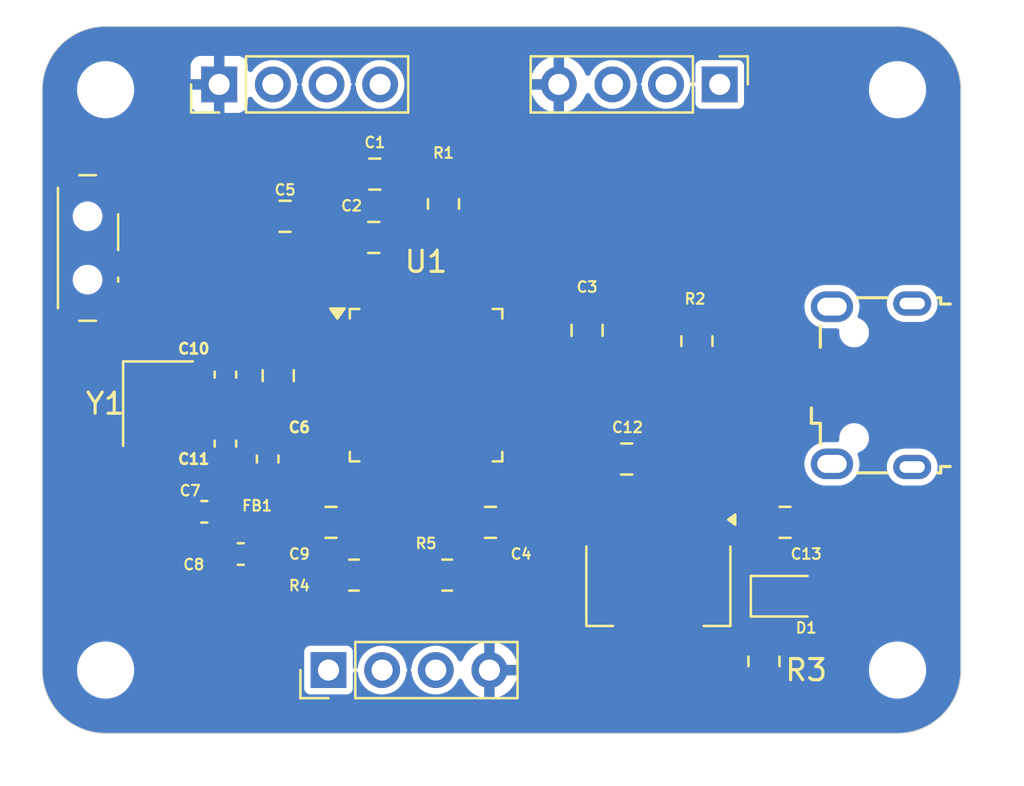
<source format=kicad_pcb>
(kicad_pcb (version 20240108) (generator "pcbnew") (generator_version "8.0")
  (layers (0 "F.Cu" signal) (31 "B.Cu" power) (34 "B.Paste" user) (35 "F.Paste" user) (36 "B.SilkS" user "B.Silkscreen") (37 "F.SilkS" user "F.Silkscreen") (38 "B.Mask" user) (39 "F.Mask" user) (44 "Edge.Cuts" user))
  (net 0 "")
  (net 1 "GND")
  (net 2 "+3.3V")
  (net 3 "+3.3VA")
  (net 4 "/NRST")
  (net 5 "/HSE_IN")
  (net 6 "/HSE_OUT")
  (net 7 "VBUS")
  (net 8 "Net-(D1-K)")
  (net 9 "/USB_D-")
  (net 15 "/USB_D+")
  (net 16 "/SWDIO")
  (net 17 "/SWCLK")
  (net 18 "/USART1_TX")
  (net 19 "/USART1_RX")
  (net 20 "/i2c2_SCL")
  (net 21 "/i2c2_SDA")
  (net 22 "/SW_BOOTO")
  (net 23 "/BOOTO")
  (footprint "Capacitor_SMD:C_0805_2012Metric_Pad1.18x1.45mm_HandSolder" (layer "F.Cu") (at 81.675 74.5)
    (property "Reference" "C12" (at 0.0375 -1.5 0) (layer "F.SilkS") (effects (font (size 0.5 0.5) (thickness 0.1))))
    (property "Value" "22uf" (hide yes))
    (fp_line (start -0.261252 -0.735) (end 0.261252 -0.735) (stroke (width 0.12)) (layer "F.SilkS"))
    (fp_line (start -0.261252 0.735) (end 0.261252 0.735) (stroke (width 0.12)) (layer "F.SilkS"))
    (pad "1" smd roundrect (at -1.0375 0) (size 1.175 1.45) (layers "F.Cu" "F.Paste" "F.Mask") (roundrect_rratio 0.212766) (net 7 "VBUS"))
    (pad "2" smd roundrect (at 1.0375 0) (size 1.175 1.45) (layers "F.Cu" "F.Paste" "F.Mask") (roundrect_rratio 0.212766) (net 1 "GND"))
  )
  (footprint "Capacitor_SMD:C_0603_1608Metric" (layer "F.Cu") (at 62.675 70.5 90)
    (property "Reference" "C10" (at 1.225 -1.5 0) (layer "F.SilkS") (effects (font (size 0.5 0.5) (thickness 0.125))))
    (property "Value" "10p" (hide yes))
    (fp_line (start -0.14058 -0.51) (end 0.14058 -0.51) (stroke (width 0.12)) (layer "F.SilkS"))
    (fp_line (start -0.14058 0.51) (end 0.14058 0.51) (stroke (width 0.12)) (layer "F.SilkS"))
    (pad "1" smd roundrect (at -0.775 0 90) (size 0.9 0.95) (layers "F.Cu" "F.Paste" "F.Mask") (net 5 "/HSE_IN"))
    (pad "2" smd roundrect (at 0.775 0 90) (size 0.9 0.95) (layers "F.Cu" "F.Paste" "F.Mask") (net 1 "GND"))
  )
  (footprint "Capacitor_SMD:C_0805_2012Metric" (layer "F.Cu") (at 75.225 77.5 180)
    (property "Reference" "C4" (at -1.45 -1.5 180) (layer "F.SilkS") (effects (font (size 0.5 0.5) (thickness 0.1))))
    (property "Value" "100n" (hide yes))
    (fp_line (start -0.261252 0.735) (end 0.261252 0.735) (stroke (width 0.12)) (layer "F.SilkS"))
    (fp_line (start -0.261252 -0.735) (end 0.261252 -0.735) (stroke (width 0.12)) (layer "F.SilkS"))
    (pad "1" smd roundrect (at -0.95 0 180) (size 1 1.45) (layers "F.Cu" "F.Paste" "F.Mask") (net 2 "+3.3V"))
    (pad "2" smd roundrect (at 0.95 0 180) (size 1 1.45) (layers "F.Cu" "F.Paste" "F.Mask") (net 1 "GND"))
  )
  (footprint "Resistor_SMD:R_0805_2012Metric" (layer "F.Cu") (at 68.7625 80)
    (property "Reference" "R4" (at -2.5875 0.5 0) (layer "F.SilkS") (effects (font (size 0.5 0.5) (thickness 0.1) (bold yes))))
    (property "Value" "1k5" (hide yes))
    (fp_line (start -0.227064 -0.735) (end 0.227064 -0.735) (stroke (width 0.12)) (layer "F.SilkS"))
    (fp_line (start -0.227064 0.735) (end 0.227064 0.735) (stroke (width 0.12)) (layer "F.SilkS"))
    (pad "1" smd roundrect (at -0.9125 0) (size 1.025 1.4) (layers "F.Cu" "F.Paste" "F.Mask") (roundrect_rratio 0.243902) (net 2 "+3.3V"))
    (pad "2" smd roundrect (at 0.9125 0) (size 1.025 1.4) (layers "F.Cu" "F.Paste" "F.Mask") (roundrect_rratio 0.243902) (net 20 "/i2c2_SCL"))
  )
  (footprint "MountingHole:MountingHole_2.2mm_M2" (layer "F.Cu") (at 57 57)
    (property "Reference" "H4" (hide yes))
    (property "Value" "MountingHole" (hide yes))
    (pad "" np_thru_hole circle (at 0 0) (size 2.2 2.2) (drill 2.2) (layers "*.Cu" "*.Mask"))
  )
  (footprint "Capacitor_SMD:C_0805_2012Metric" (layer "F.Cu") (at 69.75 61)
    (property "Reference" "C1" (at 0 -1.5 180) (layer "F.SilkS") (effects (font (size 0.5 0.5) (thickness 0.1) (bold yes))))
    (property "Value" "100n" (hide yes))
    (fp_line (start -0.261252 -0.735) (end 0.261252 -0.735) (stroke (width 0.12)) (layer "F.SilkS"))
    (fp_line (start -0.261252 0.735) (end 0.261252 0.735) (stroke (width 0.12)) (layer "F.SilkS"))
    (pad "1" smd roundrect (at -0.95 0) (size 1 1.45) (layers "F.Cu" "F.Paste" "F.Mask") (net 2 "+3.3V"))
    (pad "2" smd roundrect (at 0.95 0) (size 1 1.45) (layers "F.Cu" "F.Paste" "F.Mask") (net 1 "GND"))
  )
  (footprint "Package_TO_SOT_SMD:SOT-223-3_TabPin2" (layer "F.Cu") (at 83.175 80.5 -90)
    (property "Reference" "U2" (hide yes))
    (property "Value" "AMS1117-3.3" (hide yes))
    (fp_line (start -1.85 3.41) (end 1.91 3.41) (stroke (width 0.12)) (layer "F.SilkS"))
    (fp_line (start 1.91 3.41) (end 1.91 2.15) (stroke (width 0.12)) (layer "F.SilkS"))
    (fp_line (start -1.85 -3.41) (end 1.91 -3.41) (stroke (width 0.12)) (layer "F.SilkS"))
    (fp_line (start 1.91 -3.41) (end 1.91 -2.15) (stroke (width 0.12)) (layer "F.SilkS"))
    (fp_poly (pts (xy -3.13 -3.31) (xy -3.37 -3.64) (xy -2.89 -3.64) (xy -3.13 -3.31)) (stroke (width 0.12)) (fill solid) (layer "F.SilkS"))
    (pad "1" smd roundrect (at -3.15 -2.3 270) (size 2 1.5) (layers "F.Cu" "F.Paste" "F.Mask") (net 1 "GND"))
    (pad "2" smd roundrect (at -3.15 0 270) (size 2 1.5) (layers "F.Cu" "F.Paste" "F.Mask") (net 2 "+3.3V"))
    (pad "2" smd roundrect (at 3.15 0 270) (size 2 3.8) (layers "F.Cu" "F.Paste" "F.Mask") (net 2 "+3.3V"))
    (pad "3" smd roundrect (at -3.15 2.3 270) (size 2 1.5) (layers "F.Cu" "F.Paste" "F.Mask") (net 7 "VBUS"))
  )
  (footprint "Inductor_SMD:L_0603_1608Metric" (layer "F.Cu") (at 64.675 74.5 90)
    (property "Reference" "FB1" (at -2.2125 -0.5 0) (layer "F.SilkS") (effects (font (size 0.5 0.5) (thickness 0.1) (bold yes))))
    (property "Value" "120R" (hide yes))
    (fp_line (start -0.162779 -0.51) (end 0.162779 -0.51) (stroke (width 0.12)) (layer "F.SilkS"))
    (fp_line (start -0.162779 0.51) (end 0.162779 0.51) (stroke (width 0.12)) (layer "F.SilkS"))
    (pad "1" smd roundrect (at -0.7875 0 90) (size 0.875 0.95) (layers "F.Cu" "F.Paste" "F.Mask") (net 3 "+3.3VA"))
    (pad "2" smd roundrect (at 0.7875 0 90) (size 0.875 0.95) (layers "F.Cu" "F.Paste" "F.Mask") (net 2 "+3.3V"))
  )
  (footprint "Capacitor_SMD:C_0603_1608Metric" (layer "F.Cu") (at 62.675 73.775 90)
    (property "Reference" "C11" (at -0.725 -1.5 0) (layer "F.SilkS") (effects (font (size 0.5 0.5) (thickness 0.125))))
    (property "Value" "10p" (hide yes))
    (fp_line (start -0.14058 -0.51) (end 0.14058 -0.51) (stroke (width 0.12)) (layer "F.SilkS"))
    (fp_line (start -0.14058 0.51) (end 0.14058 0.51) (stroke (width 0.12)) (layer "F.SilkS"))
    (pad "1" smd roundrect (at -0.775 0 90) (size 0.9 0.95) (layers "F.Cu" "F.Paste" "F.Mask") (net 6 "/HSE_OUT"))
    (pad "2" smd roundrect (at 0.775 0 90) (size 0.9 0.95) (layers "F.Cu" "F.Paste" "F.Mask") (net 1 "GND"))
  )
  (footprint "Capacitor_SMD:C_0805_2012Metric" (layer "F.Cu") (at 69.7 64)
    (property "Reference" "C2" (at -1.05 -1.5 0) (layer "F.SilkS") (effects (font (size 0.5 0.5) (thickness 0.1) (bold yes))))
    (property "Value" "100n" (hide yes))
    (fp_line (start -0.261252 -0.735) (end 0.261252 -0.735) (stroke (width 0.12)) (layer "F.SilkS"))
    (fp_line (start -0.261252 0.735) (end 0.261252 0.735) (stroke (width 0.12)) (layer "F.SilkS"))
    (pad "1" smd roundrect (at -0.95 0) (size 1 1.45) (layers "F.Cu" "F.Paste" "F.Mask") (net 2 "+3.3V"))
    (pad "2" smd roundrect (at 0.95 0) (size 1 1.45) (layers "F.Cu" "F.Paste" "F.Mask") (net 1 "GND"))
  )
  (footprint "Resistor_SMD:R_0805_2012Metric" (layer "F.Cu") (at 73.175 80)
    (property "Reference" "R5" (at -1 -1.5 0) (layer "F.SilkS") (effects (font (size 0.5 0.5) (thickness 0.1) (bold yes))))
    (property "Value" "1K5" (hide yes))
    (fp_line (start -0.227064 -0.735) (end 0.227064 -0.735) (stroke (width 0.12)) (layer "F.SilkS"))
    (fp_line (start -0.227064 0.735) (end 0.227064 0.735) (stroke (width 0.12)) (layer "F.SilkS"))
    (pad "1" smd roundrect (at -0.9125 0) (size 1.025 1.4) (layers "F.Cu" "F.Paste" "F.Mask") (roundrect_rratio 0.243902) (net 2 "+3.3V"))
    (pad "2" smd roundrect (at 0.9125 0) (size 1.025 1.4) (layers "F.Cu" "F.Paste" "F.Mask") (roundrect_rratio 0.243902) (net 21 "/i2c2_SDA"))
  )
  (footprint "Capacitor_SMD:C_0805_2012Metric_Pad1.18x1.45mm_HandSolder" (layer "F.Cu") (at 89.175 77.5)
    (property "Reference" "C13" (at 1 1.5 0) (layer "F.SilkS") (effects (font (size 0.5 0.5) (thickness 0.1))))
    (property "Value" "22uf" (hide yes))
    (fp_line (start -0.261252 -0.735) (end 0.261252 -0.735) (stroke (width 0.12)) (layer "F.SilkS"))
    (fp_line (start -0.261252 0.735) (end 0.261252 0.735) (stroke (width 0.12)) (layer "F.SilkS"))
    (pad "1" smd roundrect (at -1.0375 0) (size 1.175 1.45) (layers "F.Cu" "F.Paste" "F.Mask") (roundrect_rratio 0.212766) (net 2 "+3.3V"))
    (pad "2" smd roundrect (at 1.0375 0) (size 1.175 1.45) (layers "F.Cu" "F.Paste" "F.Mask") (roundrect_rratio 0.212766) (net 1 "GND"))
  )
  (footprint "Crystal:Crystal_SMD_3225-4Pin_3.2x2.5mm" (layer "F.Cu") (at 59.48 71.875 -90)
    (property "Reference" "Y1" (at 0 2.5 0) (layer "F.SilkS"))
    (property "Value" "16Mhz" (hide yes))
    (fp_line (start -2 1.65) (end 2 1.65) (stroke (width 0.12)) (layer "F.SilkS"))
    (fp_line (start -2 -1.65) (end -2 1.65) (stroke (width 0.12)) (layer "F.SilkS"))
    (pad "1" smd rect (at -1.1 0.85 270) (size 1.4 1.2) (layers "F.Cu" "F.Paste" "F.Mask") (net 5 "/HSE_IN"))
    (pad "2" smd rect (at 1.1 0.85 270) (size 1.4 1.2) (layers "F.Cu" "F.Paste" "F.Mask") (net 1 "GND"))
    (pad "3" smd rect (at 1.1 -0.85 270) (size 1.4 1.2) (layers "F.Cu" "F.Paste" "F.Mask") (net 6 "/HSE_OUT"))
    (pad "4" smd rect (at -1.1 -0.85 270) (size 1.4 1.2) (layers "F.Cu" "F.Paste" "F.Mask") (net 1 "GND"))
  )
  (footprint "MountingHole:MountingHole_2.2mm_M2" (layer "F.Cu") (at 94.5 84.5)
    (property "Reference" "H2" (hide yes))
    (property "Value" "MountingHole" (hide yes))
    (pad "" np_thru_hole circle (at 0 0) (size 2.2 2.2) (drill 2.2) (layers "*.Cu" "*.Mask"))
  )
  (footprint "Connector_PinHeader_2.54mm:PinHeader_1x04_P2.54mm_Vertical" (layer "F.Cu") (at 62.38 56.75 90)
    (property "Reference" "J2" (hide yes))
    (property "Value" "Conn_01x04_Pin" (hide yes))
    (fp_line (start -1.33 -1.33) (end 0 -1.33) (stroke (width 0.12)) (layer "F.SilkS"))
    (fp_line (start -1.33 0) (end -1.33 -1.33) (stroke (width 0.12)) (layer "F.SilkS"))
    (fp_line (start 1.33 1.27) (end 1.33 8.95) (stroke (width 0.12)) (layer "F.SilkS"))
    (fp_line (start -1.33 1.27) (end 1.33 1.27) (stroke (width 0.12)) (layer "F.SilkS"))
    (fp_line (start -1.33 1.27) (end -1.33 8.95) (stroke (width 0.12)) (layer "F.SilkS"))
    (fp_line (start -1.33 8.95) (end 1.33 8.95) (stroke (width 0.12)) (layer "F.SilkS"))
    (pad "1" thru_hole rect (at 0 0 90) (size 1.7 1.7) (drill 1) (layers "*.Cu" "*.Mask") (net 1 "GND"))
    (pad "2" thru_hole oval (at 0 2.54 90) (size 1.7 1.7) (drill 1) (layers "*.Cu" "*.Mask") (net 17 "/SWCLK"))
    (pad "3" thru_hole oval (at 0 5.08 90) (size 1.7 1.7) (drill 1) (layers "*.Cu" "*.Mask") (net 16 "/SWDIO"))
    (pad "4" thru_hole oval (at 0 7.62 90) (size 1.7 1.7) (drill 1) (layers "*.Cu" "*.Mask") (net 2 "+3.3V"))
  )
  (footprint "Capacitor_SMD:C_0805_2012Metric" (layer "F.Cu") (at 65.5 63 180)
    (property "Reference" "C5" (at 0 1.25 0) (layer "F.SilkS") (effects (font (size 0.5 0.5) (thickness 0.1) (bold yes))))
    (property "Value" "10u" (hide yes))
    (fp_line (start -0.261252 0.735) (end 0.261252 0.735) (stroke (width 0.12)) (layer "F.SilkS"))
    (fp_line (start -0.261252 -0.735) (end 0.261252 -0.735) (stroke (width 0.12)) (layer "F.SilkS"))
    (pad "1" smd roundrect (at -0.95 0 180) (size 1 1.45) (layers "F.Cu" "F.Paste" "F.Mask") (net 2 "+3.3V"))
    (pad "2" smd roundrect (at 0.95 0 180) (size 1 1.45) (layers "F.Cu" "F.Paste" "F.Mask") (net 1 "GND"))
  )
  (footprint "Resistor_SMD:R_0805_2012Metric" (layer "F.Cu") (at 85 68.9125 90)
    (property "Reference" "R2" (at 2 -0.0875 180) (layer "F.SilkS") (effects (font (size 0.5 0.5) (thickness 0.1) (bold yes))))
    (property "Value" "1K5" (hide yes))
    (fp_line (start -0.227064 -0.735) (end 0.227064 -0.735) (stroke (width 0.12)) (layer "F.SilkS"))
    (fp_line (start -0.227064 0.735) (end 0.227064 0.735) (stroke (width 0.12)) (layer "F.SilkS"))
    (pad "1" smd roundrect (at -0.9125 0 90) (size 1.025 1.4) (layers "F.Cu" "F.Paste" "F.Mask") (roundrect_rratio 0.243902) (net 15 "/USB_D+"))
    (pad "2" smd roundrect (at 0.9125 0 90) (size 1.025 1.4) (layers "F.Cu" "F.Paste" "F.Mask") (roundrect_rratio 0.243902) (net 2 "+3.3V"))
  )
  (footprint "Capacitor_SMD:C_0603_1608Metric" (layer "F.Cu") (at 63.4 79 180)
    (property "Reference" "C8" (at 2.225 -0.5 180) (layer "F.SilkS") (effects (font (size 0.5 0.5) (thickness 0.1) (bold yes))))
    (property "Value" "1u" (hide yes))
    (fp_line (start -0.14058 0.51) (end 0.14058 0.51) (stroke (width 0.12)) (layer "F.SilkS"))
    (fp_line (start -0.14058 -0.51) (end 0.14058 -0.51) (stroke (width 0.12)) (layer "F.SilkS"))
    (pad "1" smd roundrect (at -0.775 0 180) (size 0.9 0.95) (layers "F.Cu" "F.Paste" "F.Mask") (net 2 "+3.3V"))
    (pad "2" smd roundrect (at 0.775 0 180) (size 0.9 0.95) (layers "F.Cu" "F.Paste" "F.Mask") (net 1 "GND"))
  )
  (footprint "LED_SMD:LED_0805_2012Metric" (layer "F.Cu") (at 89.2375 81)
    (property "Reference" "D1" (at 0.9375 1.5 0) (layer "F.SilkS") (effects (font (size 0.5 0.5) (thickness 0.1))))
    (property "Value" "RED" (hide yes))
    (fp_line (start -1.685 -0.96) (end -1.685 0.96) (stroke (width 0.12)) (layer "F.SilkS"))
    (fp_line (start -1.685 0.96) (end 1 0.96) (stroke (width 0.12)) (layer "F.SilkS"))
    (fp_line (start 1 -0.96) (end -1.685 -0.96) (stroke (width 0.12)) (layer "F.SilkS"))
    (pad "1" smd roundrect (at -0.9375 0) (size 0.975 1.4) (layers "F.Cu" "F.Paste" "F.Mask") (net 8 "Net-(D1-K)"))
    (pad "2" smd roundrect (at 0.9375 0) (size 0.975 1.4) (layers "F.Cu" "F.Paste" "F.Mask") (net 2 "+3.3V"))
  )
  (footprint "Capacitor_SMD:C_0603_1608Metric" (layer "F.Cu") (at 61.675 77)
    (property "Reference" "C7" (at -0.67 -1 0) (layer "F.SilkS") (effects (font (size 0.5 0.5) (thickness 0.1) (bold yes))))
    (property "Value" "1u" (hide yes))
    (fp_line (start -0.14058 -0.51) (end 0.14058 -0.51) (stroke (width 0.12)) (layer "F.SilkS"))
    (fp_line (start -0.14058 0.51) (end 0.14058 0.51) (stroke (width 0.12)) (layer "F.SilkS"))
    (pad "1" smd roundrect (at -0.775 0) (size 0.9 0.95) (layers "F.Cu" "F.Paste" "F.Mask") (net 3 "+3.3VA"))
    (pad "2" smd roundrect (at 0.775 0) (size 0.9 0.95) (layers "F.Cu" "F.Paste" "F.Mask") (net 1 "GND"))
  )
  (footprint "Button_Switch_SMD:SW_SPDT_PCM12" (layer "F.Cu") (at 56.475 64.5 -90)
    (property "Reference" "SW1" (hide yes))
    (property "Value" "SW_SPDT" (hide yes))
    (fp_line (start -2.85 1.73) (end 2.85 1.73) (stroke (width 0.12)) (layer "F.SilkS"))
    (fp_line (start 3.45 0.72) (end 3.45 -0.07) (stroke (width 0.12)) (layer "F.SilkS"))
    (fp_line (start -3.45 -0.07) (end -3.45 0.72) (stroke (width 0.12)) (layer "F.SilkS"))
    (fp_line (start -1.6 -1.12) (end 0.1 -1.12) (stroke (width 0.12)) (layer "F.SilkS"))
    (fp_line (start 1.4 -1.12) (end 1.6 -1.12) (stroke (width 0.12)) (layer "F.SilkS"))
    (pad "" smd rect (at -3.65 -0.78 270) (size 1 0.8) (layers "F.Cu" "F.Paste" "F.Mask"))
    (pad "" smd rect (at -3.65 1.43 270) (size 1 0.8) (layers "F.Cu" "F.Paste" "F.Mask"))
    (pad "" np_thru_hole circle (at -1.5 0.33 270) (size 0.9 0.9) (drill 0.9) (layers "*.Cu" "*.Mask"))
    (pad "" np_thru_hole circle (at 1.5 0.33 270) (size 0.9 0.9) (drill 0.9) (layers "*.Cu" "*.Mask"))
    (pad "" smd rect (at 3.65 -0.78 270) (size 1 0.8) (layers "F.Cu" "F.Paste" "F.Mask"))
    (pad "" smd rect (at 3.65 1.43 270) (size 1 0.8) (layers "F.Cu" "F.Paste" "F.Mask"))
    (pad "1" smd rect (at -2.25 -1.43 270) (size 0.7 1.5) (layers "F.Cu" "F.Paste" "F.Mask") (net 1 "GND"))
    (pad "2" smd rect (at 0.75 -1.43 270) (size 0.7 1.5) (layers "F.Cu" "F.Paste" "F.Mask") (net 22 "/SW_BOOTO"))
    (pad "3" smd rect (at 2.25 -1.43 270) (size 0.7 1.5) (layers "F.Cu" "F.Paste" "F.Mask") (net 2 "+3.3V"))
  )
  (footprint "Package_QFP:LQFP-48_7x7mm_P0.5mm" (layer "F.Cu") (at 72.175 71)
    (property "Reference" "U1" (at 0 -5.85 0) (layer "F.SilkS"))
    (property "Value" "STM32F103C8T6" (hide yes))
    (fp_line (start -3.61 -3.61) (end -3.61 -3.16) (stroke (width 0.12)) (layer "F.SilkS"))
    (fp_line (start -3.61 3.61) (end -3.61 3.16) (stroke (width 0.12)) (layer "F.SilkS"))
    (fp_line (start -3.16 -3.61) (end -3.61 -3.61) (stroke (width 0.12)) (layer "F.SilkS"))
    (fp_line (start -3.16 3.61) (end -3.61 3.61) (stroke (width 0.12)) (layer "F.SilkS"))
    (fp_line (start 3.16 -3.61) (end 3.61 -3.61) (stroke (width 0.12)) (layer "F.SilkS"))
    (fp_line (start 3.16 3.61) (end 3.61 3.61) (stroke (width 0.12)) (layer "F.SilkS"))
    (fp_line (start 3.61 -3.61) (end 3.61 -3.16) (stroke (width 0.12)) (layer "F.SilkS"))
    (fp_line (start 3.61 3.61) (end 3.61 3.16) (stroke (width 0.12)) (layer "F.SilkS"))
    (fp_poly (pts (xy -4.2 -3.16) (xy -4.54 -3.63) (xy -3.86 -3.63) (xy -4.2 -3.16)) (stroke (width 0.12)) (fill solid) (layer "F.SilkS"))
    (pad "1" smd roundrect (at -4.1625 -2.75) (size 1.475 0.3) (layers "F.Cu" "F.Paste" "F.Mask") (net 2 "+3.3V"))
    (pad "2" smd roundrect (at -4.1625 -2.25) (size 1.475 0.3) (layers "F.Cu" "F.Paste" "F.Mask"))
    (pad "3" smd roundrect (at -4.1625 -1.75) (size 1.475 0.3) (layers "F.Cu" "F.Paste" "F.Mask"))
    (pad "4" smd roundrect (at -4.1625 -1.25) (size 1.475 0.3) (layers "F.Cu" "F.Paste" "F.Mask"))
    (pad "5" smd roundrect (at -4.1625 -0.75) (size 1.475 0.3) (layers "F.Cu" "F.Paste" "F.Mask") (net 5 "/HSE_IN"))
    (pad "6" smd roundrect (at -4.1625 -0.25) (size 1.475 0.3) (layers "F.Cu" "F.Paste" "F.Mask") (net 6 "/HSE_OUT"))
    (pad "7" smd roundrect (at -4.1625 0.25) (size 1.475 0.3) (layers "F.Cu" "F.Paste" "F.Mask") (net 4 "/NRST"))
    (pad "8" smd roundrect (at -4.1625 0.75) (size 1.475 0.3) (layers "F.Cu" "F.Paste" "F.Mask") (net 1 "GND"))
    (pad "9" smd roundrect (at -4.1625 1.25) (size 1.475 0.3) (layers "F.Cu" "F.Paste" "F.Mask") (net 3 "+3.3VA"))
    (pad "10" smd roundrect (at -4.1625 1.75) (size 1.475 0.3) (layers "F.Cu" "F.Paste" "F.Mask"))
    (pad "11" smd roundrect (at -4.1625 2.25) (size 1.475 0.3) (layers "F.Cu" "F.Paste" "F.Mask"))
    (pad "12" smd roundrect (at -4.1625 2.75) (size 1.475 0.3) (layers "F.Cu" "F.Paste" "F.Mask"))
    (pad "13" smd roundrect (at -2.75 4.1625) (size 0.3 1.475) (layers "F.Cu" "F.Paste" "F.Mask"))
    (pad "14" smd roundrect (at -2.25 4.1625) (size 0.3 1.475) (layers "F.Cu" "F.Paste" "F.Mask"))
    (pad "15" smd roundrect (at -1.75 4.1625) (size 0.3 1.475) (layers "F.Cu" "F.Paste" "F.Mask"))
    (pad "16" smd roundrect (at -1.25 4.1625) (size 0.3 1.475) (layers "F.Cu" "F.Paste" "F.Mask"))
    (pad "17" smd roundrect (at -0.75 4.1625) (size 0.3 1.475) (layers "F.Cu" "F.Paste" "F.Mask"))
    (pad "18" smd roundrect (at -0.25 4.1625) (size 0.3 1.475) (layers "F.Cu" "F.Paste" "F.Mask"))
    (pad "19" smd roundrect (at 0.25 4.1625) (size 0.3 1.475) (layers "F.Cu" "F.Paste" "F.Mask"))
    (pad "20" smd roundrect (at 0.75 4.1625) (size 0.3 1.475) (layers "F.Cu" "F.Paste" "F.Mask"))
    (pad "21" smd roundrect (at 1.25 4.1625) (size 0.3 1.475) (layers "F.Cu" "F.Paste" "F.Mask") (net 20 "/i2c2_SCL"))
    (pad "22" smd roundrect (at 1.75 4.1625) (size 0.3 1.475) (layers "F.Cu" "F.Paste" "F.Mask") (net 21 "/i2c2_SDA"))
    (pad "23" smd roundrect (at 2.25 4.1625) (size 0.3 1.475) (layers "F.Cu" "F.Paste" "F.Mask") (net 1 "GND"))
    (pad "24" smd roundrect (at 2.75 4.1625) (size 0.3 1.475) (layers "F.Cu" "F.Paste" "F.Mask") (net 2 "+3.3V"))
    (pad "25" smd roundrect (at 4.1625 2.75) (size 1.475 0.3) (layers "F.Cu" "F.Paste" "F.Mask"))
    (pad "26" smd roundrect (at 4.1625 2.25) (size 1.475 0.3) (layers "F.Cu" "F.Paste" "F.Mask"))
    (pad "27" smd roundrect (at 4.1625 1.75) (size 1.475 0.3) (layers "F.Cu" "F.Paste" "F.Mask"))
    (pad "28" smd roundrect (at 4.1625 1.25) (size 1.475 0.3) (layers "F.Cu" "F.Paste" "F.Mask"))
    (pad "29" smd roundrect (at 4.1625 0.75) (size 1.475 0.3) (layers "F.Cu" "F.Paste" "F.Mask"))
    (pad "30" smd roundrect (at 4.1625 0.25) (size 1.475 0.3) (layers "F.Cu" "F.Paste" "F.Mask"))
    (pad "31" smd roundrect (at 4.1625 -0.25) (size 1.475 0.3) (layers "F.Cu" "F.Paste" "F.Mask"))
    (pad "32" smd roundrect (at 4.1625 -0.75) (size 1.475 0.3) (layers "F.Cu" "F.Paste" "F.Mask") (net 9 "/USB_D-"))
    (pad "33" smd roundrect (at 4.1625 -1.25) (size 1.475 0.3) (layers "F.Cu" "F.Paste" "F.Mask") (net 15 "/USB_D+"))
    (pad "34" smd roundrect (at 4.1625 -1.75) (size 1.475 0.3) (layers "F.Cu" "F.Paste" "F.Mask") (net 16 "/SWDIO"))
    (pad "35" smd roundrect (at 4.1625 -2.25) (size 1.475 0.3) (layers "F.Cu" "F.Paste" "F.Mask") (net 1 "GND"))
    (pad "36" smd roundrect (at 4.1625 -2.75) (size 1.475 0.3) (layers "F.Cu" "F.Paste" "F.Mask") (net 2 "+3.3V"))
    (pad "37" smd roundrect (at 2.75 -4.1625) (size 0.3 1.475) (layers "F.Cu" "F.Paste" "F.Mask") (net 17 "/SWCLK"))
    (pad "38" smd roundrect (at 2.25 -4.1625) (size 0.3 1.475) (layers "F.Cu" "F.Paste" "F.Mask"))
    (pad "39" smd roundrect (at 1.75 -4.1625) (size 0.3 1.475) (layers "F.Cu" "F.Paste" "F.Mask"))
    (pad "40" smd roundrect (at 1.25 -4.1625) (size 0.3 1.475) (layers "F.Cu" "F.Paste" "F.Mask"))
    (pad "41" smd roundrect (at 0.75 -4.1625) (size 0.3 1.475) (layers "F.Cu" "F.Paste" "F.Mask"))
    (pad "42" smd roundrect (at 0.25 -4.1625) (size 0.3 1.475) (layers "F.Cu" "F.Paste" "F.Mask") (net 18 "/USART1_TX"))
    (pad "43" smd roundrect (at -0.25 -4.1625) (size 0.3 1.475) (layers "F.Cu" "F.Paste" "F.Mask") (net 19 "/USART1_RX"))
    (pad "44" smd roundrect (at -0.75 -4.1625) (size 0.3 1.475) (layers "F.Cu" "F.Paste" "F.Mask") (net 23 "/BOOTO"))
    (pad "45" smd roundrect (at -1.25 -4.1625) (size 0.3 1.475) (layers "F.Cu" "F.Paste" "F.Mask"))
    (pad "46" smd roundrect (at -1.75 -4.1625) (size 0.3 1.475) (layers "F.Cu" "F.Paste" "F.Mask"))
    (pad "47" smd roundrect (at -2.25 -4.1625) (size 0.3 1.475) (layers "F.Cu" "F.Paste" "F.Mask") (net 1 "GND"))
    (pad "48" smd roundrect (at -2.75 -4.1625) (size 0.3 1.475) (layers "F.Cu" "F.Paste" "F.Mask") (net 2 "+3.3V"))
  )
  (footprint "Capacitor_SMD:C_0805_2012Metric" (layer "F.Cu") (at 67.675 77.5)
    (property "Reference" "C9" (at -1.5 1.5 0) (layer "F.SilkS") (effects (font (size 0.5 0.5) (thickness 0.1) (bold yes))))
    (property "Value" "100n" (hide yes))
    (fp_line (start -0.261252 -0.735) (end 0.261252 -0.735) (stroke (width 0.12)) (layer "F.SilkS"))
    (fp_line (start -0.261252 0.735) (end 0.261252 0.735) (stroke (width 0.12)) (layer "F.SilkS"))
    (pad "1" smd roundrect (at -0.95 0) (size 1 1.45) (layers "F.Cu" "F.Paste" "F.Mask") (net 4 "/NRST"))
    (pad "2" smd roundrect (at 0.95 0) (size 1 1.45) (layers "F.Cu" "F.Paste" "F.Mask") (net 1 "GND"))
  )
  (footprint "Connector_USB:USB_Micro-B_Wuerth_629105150521" (layer "F.Cu") (at 93.245 71.005 90)
    (property "Reference" "J1" (hide yes))
    (property "Value" "USB_B_Micro" (hide yes))
    (fp_line (start -1.075 -2.825) (end -1.8 -2.825) (stroke (width 0.15)) (layer "F.SilkS"))
    (fp_line (start -1.8 -2.825) (end -1.8 -2.4) (stroke (width 0.15)) (layer "F.SilkS"))
    (fp_line (start 1.8 -2.4) (end 2.8 -2.4) (stroke (width 0.15)) (layer "F.SilkS"))
    (fp_line (start -1.8 -2.4) (end -2.8 -2.4) (stroke (width 0.15)) (layer "F.SilkS"))
    (fp_line (start -4.15 -0.65) (end -4.15 0.75) (stroke (width 0.15)) (layer "F.SilkS"))
    (fp_line (start 4.15 0.75) (end 4.15 -0.65) (stroke (width 0.15)) (layer "F.SilkS"))
    (fp_line (start -4.15 3.15) (end -4.15 3.3) (stroke (width 0.15)) (layer "F.SilkS"))
    (fp_line (start 4.15 3.3) (end 4.15 3.15) (stroke (width 0.15)) (layer "F.SilkS"))
    (fp_line (start 3.85 3.3) (end 4.15 3.3) (stroke (width 0.15)) (layer "F.SilkS"))
    (fp_line (start -3.85 3.3) (end -3.85 3.75) (stroke (width 0.15)) (layer "F.SilkS"))
    (fp_line (start -4.15 3.3) (end -3.85 3.3) (stroke (width 0.15)) (layer "F.SilkS"))
    (fp_line (start 3.85 3.75) (end 3.85 3.3) (stroke (width 0.15)) (layer "F.SilkS"))
    (pad "" np_thru_hole oval (at -2.5 -0.8 90) (size 0.8 0.8) (drill 0.8) (layers "*.Cu" "*.Mask"))
    (pad "" np_thru_hole oval (at 2.5 -0.8 90) (size 0.8 0.8) (drill 0.8) (layers "*.Cu" "*.Mask"))
    (pad "1" smd rect (at -1.3 -1.9 90) (size 0.45 1.3) (layers "F.Cu" "F.Paste" "F.Mask") (net 7 "VBUS"))
    (pad "2" smd rect (at -0.65 -1.9 90) (size 0.45 1.3) (layers "F.Cu" "F.Paste" "F.Mask") (net 9 "/USB_D-"))
    (pad "3" smd rect (at 0 -1.9 90) (size 0.45 1.3) (layers "F.Cu" "F.Paste" "F.Mask") (net 15 "/USB_D+"))
    (pad "4" smd rect (at 0.65 -1.9 90) (size 0.45 1.3) (layers "F.Cu" "F.Paste" "F.Mask"))
    (pad "5" smd rect (at 1.3 -1.9 90) (size 0.45 1.3) (layers "F.Cu" "F.Paste" "F.Mask") (net 1 "GND"))
    (pad "6" thru_hole oval (at -3.875 1.95 90) (size 1.15 1.8) (drill oval 0.55 1.2) (layers "*.Cu" "*.Mask"))
    (pad "6" thru_hole oval (at -3.725 -1.85 90) (size 1.45 2) (drill oval 0.85 1.4) (layers "*.Cu" "*.Mask"))
    (pad "6" thru_hole oval (at 3.725 -1.85 90) (size 1.45 2) (drill oval 0.85 1.4) (layers "*.Cu" "*.Mask"))
    (pad "6" thru_hole oval (at 3.875 1.95 90) (size 1.15 1.8) (drill oval 0.55 1.2) (layers "*.Cu" "*.Mask"))
  )
  (footprint "Capacitor_SMD:C_0805_2012Metric" (layer "F.Cu") (at 79.8 68.4 -90)
    (property "Reference" "C3" (at -2.05 0 180) (layer "F.SilkS") (effects (font (size 0.5 0.5) (thickness 0.1) (bold yes))))
    (property "Value" "100n" (hide yes))
    (fp_line (start -0.261252 0.735) (end 0.261252 0.735) (stroke (width 0.12)) (layer "F.SilkS"))
    (fp_line (start -0.261252 -0.735) (end 0.261252 -0.735) (stroke (width 0.12)) (layer "F.SilkS"))
    (pad "1" smd roundrect (at -0.95 0 270) (size 1 1.45) (layers "F.Cu" "F.Paste" "F.Mask") (net 2 "+3.3V"))
    (pad "2" smd roundrect (at 0.95 0 270) (size 1 1.45) (layers "F.Cu" "F.Paste" "F.Mask") (net 1 "GND"))
  )
  (footprint "Connector_PinHeader_2.54mm:PinHeader_1x04_P2.54mm_Vertical" (layer "F.Cu") (at 67.555 84.5 90)
    (property "Reference" "J4" (hide yes))
    (property "Value" "Conn_01x04_Pin" (hide yes))
    (fp_line (start -1.33 -1.33) (end 0 -1.33) (stroke (width 0.12)) (layer "F.SilkS"))
    (fp_line (start -1.33 0) (end -1.33 -1.33) (stroke (width 0.12)) (layer "F.SilkS"))
    (fp_line (start 1.33 1.27) (end 1.33 8.95) (stroke (width 0.12)) (layer "F.SilkS"))
    (fp_line (start -1.33 1.27) (end 1.33 1.27) (stroke (width 0.12)) (layer "F.SilkS"))
    (fp_line (start -1.33 1.27) (end -1.33 8.95) (stroke (width 0.12)) (layer "F.SilkS"))
    (fp_line (start -1.33 8.95) (end 1.33 8.95) (stroke (width 0.12)) (layer "F.SilkS"))
    (pad "1" thru_hole rect (at 0 0 90) (size 1.7 1.7) (drill 1) (layers "*.Cu" "*.Mask") (net 2 "+3.3V"))
    (pad "2" thru_hole oval (at 0 2.54 90) (size 1.7 1.7) (drill 1) (layers "*.Cu" "*.Mask") (net 20 "/i2c2_SCL"))
    (pad "3" thru_hole oval (at 0 5.08 90) (size 1.7 1.7) (drill 1) (layers "*.Cu" "*.Mask") (net 21 "/i2c2_SDA"))
    (pad "4" thru_hole oval (at 0 7.62 90) (size 1.7 1.7) (drill 1) (layers "*.Cu" "*.Mask") (net 1 "GND"))
  )
  (footprint "Capacitor_SMD:C_0805_2012Metric" (layer "F.Cu") (at 65.175 70.55 90)
    (property "Reference" "C6" (at -2.45 1 0) (layer "F.SilkS") (effects (font (size 0.5 0.5) (thickness 0.125))))
    (property "Value" "10n" (hide yes))
    (fp_line (start -0.261252 -0.735) (end 0.261252 -0.735) (stroke (width 0.12)) (layer "F.SilkS"))
    (fp_line (start -0.261252 0.735) (end 0.261252 0.735) (stroke (width 0.12)) (layer "F.SilkS"))
    (pad "1" smd roundrect (at -0.95 0 90) (size 1 1.45) (layers "F.Cu" "F.Paste" "F.Mask") (net 3 "+3.3VA"))
    (pad "2" smd roundrect (at 0.95 0 90) (size 1 1.45) (layers "F.Cu" "F.Paste" "F.Mask") (net 1 "GND"))
  )
  (footprint "Connector_PinHeader_2.54mm:PinHeader_1x04_P2.54mm_Vertical" (layer "F.Cu") (at 86.08 56.75 -90)
    (property "Reference" "J3" (hide yes))
    (property "Value" "Conn_01x04_Pin" (hide yes))
    (fp_line (start -1.33 8.95) (end 1.33 8.95) (stroke (width 0.12)) (layer "F.SilkS"))
    (fp_line (start -1.33 1.27) (end -1.33 8.95) (stroke (width 0.12)) (layer "F.SilkS"))
    (fp_line (start -1.33 1.27) (end 1.33 1.27) (stroke (width 0.12)) (layer "F.SilkS"))
    (fp_line (start 1.33 1.27) (end 1.33 8.95) (stroke (width 0.12)) (layer "F.SilkS"))
    (fp_line (start -1.33 0) (end -1.33 -1.33) (stroke (width 0.12)) (layer "F.SilkS"))
    (fp_line (start -1.33 -1.33) (end 0 -1.33) (stroke (width 0.12)) (layer "F.SilkS"))
    (pad "1" thru_hole rect (at 0 0 270) (size 1.7 1.7) (drill 1) (layers "*.Cu" "*.Mask") (net 2 "+3.3V"))
    (pad "2" thru_hole oval (at 0 2.54 270) (size 1.7 1.7) (drill 1) (layers "*.Cu" "*.Mask") (net 18 "/USART1_TX"))
    (pad "3" thru_hole oval (at 0 5.08 270) (size 1.7 1.7) (drill 1) (layers "*.Cu" "*.Mask") (net 19 "/USART1_RX"))
    (pad "4" thru_hole oval (at 0 7.62 270) (size 1.7 1.7) (drill 1) (layers "*.Cu" "*.Mask") (net 1 "GND"))
  )
  (footprint "MountingHole:MountingHole_2.2mm_M2" (layer "F.Cu") (at 57 84.5)
    (property "Reference" "H1" (hide yes))
    (property "Value" "MountingHole" (hide yes))
    (pad "" np_thru_hole circle (at 0 0) (size 2.2 2.2) (drill 2.2) (layers "*.Cu" "*.Mask"))
  )
  (footprint "Resistor_SMD:R_0805_2012Metric" (layer "F.Cu") (at 73 62.4125 -90)
    (property "Reference" "R1" (at -2.4125 0 180) (layer "F.SilkS") (effects (font (size 0.5 0.5) (thickness 0.1) (bold yes))))
    (property "Value" "10K" (hide yes))
    (fp_line (start -0.227064 0.735) (end 0.227064 0.735) (stroke (width 0.12)) (layer "F.SilkS"))
    (fp_line (start -0.227064 -0.735) (end 0.227064 -0.735) (stroke (width 0.12)) (layer "F.SilkS"))
    (pad "1" smd roundrect (at -0.9125 0 270) (size 1.025 1.4) (layers "F.Cu" "F.Paste" "F.Mask") (roundrect_rratio 0.243902) (net 22 "/SW_BOOTO"))
    (pad "2" smd roundrect (at 0.9125 0 270) (size 1.025 1.4) (layers "F.Cu" "F.Paste" "F.Mask") (roundrect_rratio 0.243902) (net 23 "/BOOTO"))
  )
  (footprint "Resistor_SMD:R_0805_2012Metric" (layer "F.Cu") (at 88.175 84.0875 90)
    (property "Reference" "R3" (at -0.412499 2 180) (layer "F.SilkS"))
    (property "Value" "1K5" (hide yes))
    (fp_line (start -0.227064 -0.735) (end 0.227064 -0.735) (stroke (width 0.12)) (layer "F.SilkS"))
    (fp_line (start -0.227064 0.735) (end 0.227064 0.735) (stroke (width 0.12)) (layer "F.SilkS"))
    (pad "1" smd roundrect (at -0.9125 0 90) (size 1.025 1.4) (layers "F.Cu" "F.Paste" "F.Mask") (roundrect_rratio 0.243902) (net 1 "GND"))
    (pad "2" smd roundrect (at 0.9125 0 90) (size 1.025 1.4) (layers "F.Cu" "F.Paste" "F.Mask") (roundrect_rratio 0.243902) (net 8 "Net-(D1-K)"))
  )
  (footprint "MountingHole:MountingHole_2.2mm_M2" (layer "F.Cu") (at 94.5 57)
    (property "Reference" "H3" (hide yes))
    (property "Value" "MountingHole" (hide yes))
    (pad "" np_thru_hole circle (at 0 0) (size 2.2 2.2) (drill 2.2) (layers "*.Cu" "*.Mask"))
  )
  (gr_line (start 54 57) (end 54 84.5) (stroke (width 0.05)) (layer "Edge.Cuts"))
  (gr_line (start 94.5 54) (end 57 54) (stroke (width 0.05)) (layer "Edge.Cuts"))
  (gr_arc (start 54 57) (mid 54.87868 54.87868) (end 57 54) (stroke (width 0.05)) (layer "Edge.Cuts"))
  (gr_arc (start 94.5 54) (mid 96.62132 54.87868) (end 97.5 57) (stroke (width 0.05)) (layer "Edge.Cuts"))
  (gr_line (start 57 87.5) (end 94.5 87.5) (stroke (width 0.05)) (layer "Edge.Cuts"))
  (gr_line (start 97.5 84.5) (end 97.5 57) (stroke (width 0.05)) (layer "Edge.Cuts"))
  (gr_arc (start 57 87.5) (mid 54.87868 86.62132) (end 54 84.5) (stroke (width 0.05)) (layer "Edge.Cuts"))
  (gr_arc (start 97.5 84.5) (mid 96.62132 86.62132) (end 94.5 87.5) (stroke (width 0.05)) (layer "Edge.Cuts"))
  (segment (start 70.65 64) (end 70.65 62.45) (width 0.3) (layer "F.Cu") (net 1))
  (segment (start 70.65 62.45) (end 70.2 62) (width 0.3) (layer "F.Cu") (net 1))
  (segment (start 70.2 62) (end 70.2 61.5) (width 0.3) (layer "F.Cu") (net 1))
  (segment (start 70.2 61.5) (end 70.7 61) (width 0.3) (layer "F.Cu") (net 1))
  (segment (start 77.95 68.75) (end 78.55 69.35) (width 0.3) (layer "F.Cu") (net 1))
  (segment (start 69.925 66.8375) (end 69.925 65.825) (width 0.3) (layer "F.Cu") (net 1))
  (segment (start 78.55 69.35) (end 79.8 69.35) (width 0.3) (layer "F.Cu") (net 1))
  (segment (start 70.65 65.1) (end 70.65 64) (width 0.3) (layer "F.Cu") (net 1))
  (segment (start 69.925 65.825) (end 70.65 65.1) (width 0.3) (layer "F.Cu") (net 1))
  (segment (start 76.3375 68.75) (end 77.95 68.75) (width 0.3) (layer "F.Cu") (net 1))
  (segment (start 68.75 64) (end 68.75 62.95) (width 0.3) (layer "F.Cu") (net 2))
  (segment (start 68.75 62.95) (end 68 62.2) (width 0.3) (layer "F.Cu") (net 2))
  (segment (start 69.425 66.8375) (end 69.425 65.825) (width 0.3) (layer "F.Cu") (net 2))
  (segment (start 68 61.2) (end 68.2 61) (width 0.3) (layer "F.Cu") (net 2))
  (segment (start 77.35 68.25) (end 78.15 67.45) (width 0.3) (layer "F.Cu") (net 2))
  (segment (start 69.425 65.825) (end 68.75 65.15) (width 0.3) (layer "F.Cu") (net 2))
  (segment (start 78.15 67.45) (end 79.8 67.45) (width 0.3) (layer "F.Cu") (net 2))
  (segment (start 68.2 61) (end 68.8 61) (width 0.3) (layer "F.Cu") (net 2))
  (segment (start 68.75 65.15) (end 68.75 64) (width 0.3) (layer "F.Cu") (net 2))
  (segment (start 76.3375 68.25) (end 77.35 68.25) (width 0.3) (layer "F.Cu") (net 2))
  (segment (start 68 62.2) (end 68 61.2) (width 0.3) (layer "F.Cu") (net 2))
  (segment (start 71.425 66.8375) (end 71.425 65.99688) (width 0.3) (layer "F.Cu") (net 23))
  (segment (start 71.425 65.99688) (end 73 64.42188) (width 0.3) (layer "F.Cu") (net 23))
  (segment (start 73 64.42188) (end 73 63.325) (width 0.3) (layer "F.Cu") (net 23))
  (zone (net 1) (net_name "GND") (layer "B.Cu") (connect_pads (clearance 0.3)) (min_thickness 0.25) (fill yes (thermal_gap 0.5) (thermal_bridge_width 0.5))
    (polygon (pts (xy 52.25 52.75) (xy 100.5 52.75) (xy 100.5 90) (xy 52 89.75)))
  )
)
</source>
